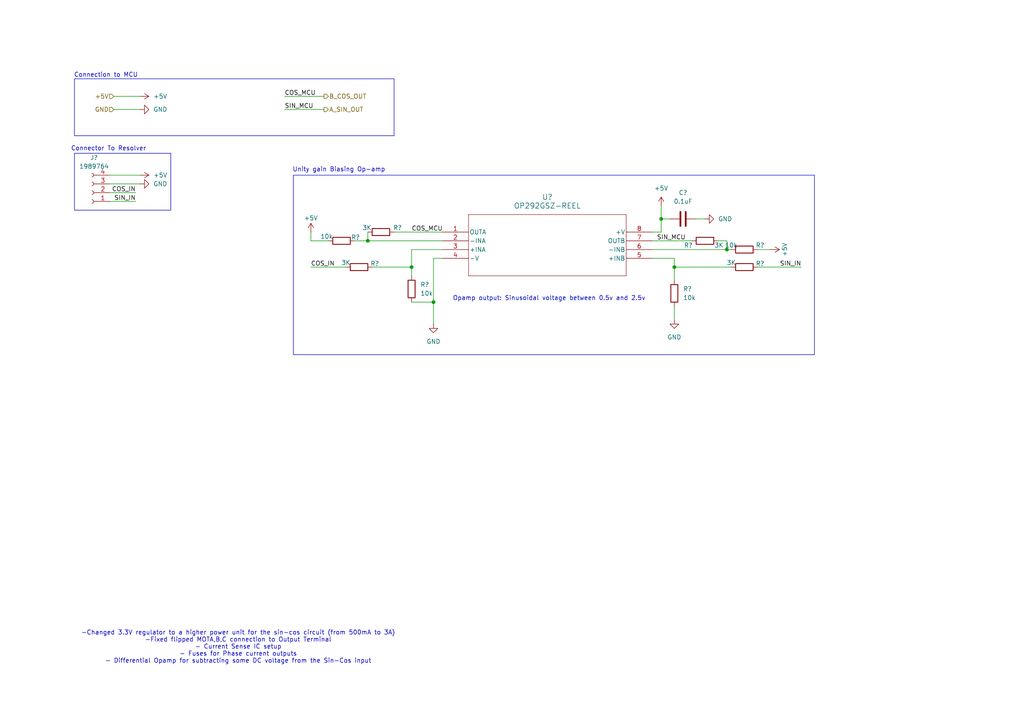
<source format=kicad_sch>
(kicad_sch (version 20250114) (generator "eeschema") (generator_version "9.0")
  (paper "A4")
  (title_block (title "Resolver Input") (date "2025-04-19") (rev "1") (company "M.NGUEN, C.O'BRIEN"))
  (lib_symbols
    (symbol "Connector:Conn_01x04_Socket" (pin_names (offset 1.016) (hide yes))
      (property "Reference" "J" (at 0 5.08 0))
      (property "Value" "Conn_01x04_Socket" (at 0 -7.62 0))
      (symbol "Conn_01x04_Socket_1_1"
        (polyline (pts (xy -1.27 2.54) (xy -0.508 2.54)) (stroke (width 0.1524)))
        (polyline (pts (xy -1.27 0) (xy -0.508 0)) (stroke (width 0.1524)))
        (polyline (pts (xy -1.27 -2.54) (xy -0.508 -2.54)) (stroke (width 0.1524)))
        (polyline (pts (xy -1.27 -5.08) (xy -0.508 -5.08)) (stroke (width 0.1524)))
        (arc (start 0 2.032) (mid -0.5058 2.54) (end 0 3.048) (stroke (width 0.1524)))
        (arc (start 0 -0.508) (mid -0.5058 0) (end 0 0.508) (stroke (width 0.1524)))
        (arc (start 0 -3.048) (mid -0.5058 -2.54) (end 0 -2.032) (stroke (width 0.1524)))
        (arc (start 0 -5.588) (mid -0.5058 -5.08) (end 0 -4.572) (stroke (width 0.1524)))
        (pin passive line (at -5.08 2.54 0) (length 3.81) (name "Pin_1") (number "1"))
        (pin passive line (at -5.08 0 0) (length 3.81) (name "Pin_2") (number "2"))
        (pin passive line (at -5.08 -2.54 0) (length 3.81) (name "Pin_3") (number "3"))
        (pin passive line (at -5.08 -5.08 0) (length 3.81) (name "Pin_4") (number "4"))
      )
    )
    (symbol "Device:C" (pin_numbers (hide yes)) (pin_names (offset 0.254))
      (property "Reference" "C" (at 0.635 2.54 0))
      (property "Value" "C" (at 0.635 -2.54 0))
      (symbol "C_0_1"
        (polyline (pts (xy -2.032 0.762) (xy 2.032 0.762)) (stroke (width 0.508)))
        (polyline (pts (xy -2.032 -0.762) (xy 2.032 -0.762)) (stroke (width 0.508)))
      )
      (symbol "C_1_1"
        (pin passive line (at 0 3.81 270) (length 2.794) (name "~") (number "1"))
        (pin passive line (at 0 -3.81 90) (length 2.794) (name "~") (number "2"))
      )
    )
    (symbol "Device:R" (pin_numbers (hide yes)) (pin_names (offset 0))
      (property "Reference" "R" (at 2.032 0 90))
      (property "Value" "R" (at 0 0 90))
      (symbol "R_0_1"
        (rectangle (start -1.016 -2.54) (end 1.016 2.54) (stroke (width 0.254)))
      )
      (symbol "R_1_1"
        (pin passive line (at 0 3.81 270) (length 1.27) (name "~") (number "1"))
        (pin passive line (at 0 -3.81 90) (length 1.27) (name "~") (number "2"))
      )
    )
    (symbol "Opamp:OP292GSZ-REEL" (pin_names (offset 0.254))
      (property "Reference" "U" (at 30.48 10.16 0))
      (property "Value" "OP292GSZ-REEL" (at 30.48 7.62 0))
      (symbol "OP292GSZ-REEL_0_1"
        (polyline (pts (xy 7.62 5.08) (xy 7.62 -12.7)) (stroke (width 0.127)))
        (polyline (pts (xy 7.62 -12.7) (xy 53.34 -12.7)) (stroke (width 0.127)))
        (polyline (pts (xy 53.34 5.08) (xy 7.62 5.08)) (stroke (width 0.127)))
        (polyline (pts (xy 53.34 -12.7) (xy 53.34 5.08)) (stroke (width 0.127)))
        (pin unspecified line (at 0 0 0) (length 7.62) (name "OUTA") (number "1"))
        (pin unspecified line (at 0 -2.54 0) (length 7.62) (name "-INA") (number "2"))
        (pin unspecified line (at 0 -5.08 0) (length 7.62) (name "+INA") (number "3"))
        (pin power_in line (at 0 -7.62 0) (length 7.62) (name "-V") (number "4"))
        (pin power_in line (at 60.96 0 180) (length 7.62) (name "+V") (number "8"))
        (pin unspecified line (at 60.96 -2.54 180) (length 7.62) (name "OUTB") (number "7"))
        (pin unspecified line (at 60.96 -5.08 180) (length 7.62) (name "-INB") (number "6"))
        (pin unspecified line (at 60.96 -7.62 180) (length 7.62) (name "+INB") (number "5"))
      )
    )
    (symbol "power:+5V" (power) (pin_numbers (hide yes)) (pin_names (offset 0) (hide yes))
      (property "Value" "+5V" (at 0 3.556 0))
      (symbol "+5V_0_1"
        (polyline (pts (xy -0.762 1.27) (xy 0 2.54)))
        (polyline (pts (xy 0 2.54) (xy 0.762 1.27)))
        (polyline (pts (xy 0 0) (xy 0 2.54)))
      )
      (symbol "+5V_1_1"
        (pin power_in line (at 0 0 90) (length 0) (name "~") (number "1"))
      )
    )
    (symbol "power:GND" (power) (pin_numbers (hide yes)) (pin_names (offset 0) (hide yes))
      (property "Value" "GND" (at 0 -3.81 0))
      (symbol "GND_0_1"
        (polyline (pts (xy 0 0) (xy 0 -1.27) (xy 1.27 -1.27) (xy 0 -2.54) (xy -1.27 -1.27) (xy 0 -1.27)))
      )
      (symbol "GND_1_1"
        (pin power_in line (at 0 0 270) (length 0) (name "~") (number "1"))
      )
    )
  )
  (rectangle (start 21.59 22.86) (end 114.3 39.37))
  (rectangle (start 85.09 50.8) (end 236.22 102.87))
  (rectangle (start 21.59 44.45) (end 49.53 60.96))
  (text "Opamp output: Sinusoidal voltage between 0.5v and 2.5v" (at 159.258 86.614 0) (effects (font (size 1.27 1.27))))
  (text "Connector To Resolver\n" (at 31.496 43.18 0) (effects (font (size 1.27 1.27))))
  (text "Unity gain Biasing Op-amp" (at 98.298 49.276 0) (effects (font (size 1.27 1.27))))
  (text "-Changed 3.3V regulator to a higher power unit for the sin-cos circuit (from 500mA to 3A)\n-Fixed flipped MOTA,B,C connection to Output Terminal\n- Current Sense IC setup\n- Fuses for Phase current outputs\n- Differential Opamp for subtracting some DC voltage from the Sin-Cos input\n" (at 69.088 187.706 0) (effects (font (size 1.27 1.27))))
  (text "Connection to MCU" (at 30.734 21.844 0) (effects (font (size 1.27 1.27))))
  (junction (at 125.73 87.63))
  (junction (at 210.82 72.39))
  (junction (at 119.38 77.47))
  (junction (at 195.58 77.47))
  (junction (at 191.77 63.5))
  (junction (at 106.68 69.85))
  (wire (pts (xy 119.38 72.39) (xy 128.27 72.39)))
  (wire (pts (xy 93.98 31.75) (xy 82.55 31.75)))
  (wire (pts (xy 107.95 77.47) (xy 119.38 77.47)))
  (wire (pts (xy 125.73 74.93) (xy 128.27 74.93)))
  (wire (pts (xy 90.17 67.31) (xy 90.17 69.85)))
  (wire (pts (xy 189.23 67.31) (xy 191.77 67.31)))
  (wire (pts (xy 95.25 69.85) (xy 90.17 69.85)))
  (wire (pts (xy 191.77 63.5) (xy 191.77 67.31)))
  (wire (pts (xy 212.09 72.39) (xy 210.82 72.39)))
  (wire (pts (xy 31.75 53.34) (xy 40.64 53.34)))
  (wire (pts (xy 31.75 58.42) (xy 39.37 58.42)))
  (wire (pts (xy 40.64 27.94) (xy 33.02 27.94)))
  (wire (pts (xy 90.17 77.47) (xy 100.33 77.47)))
  (wire (pts (xy 106.68 69.85) (xy 128.27 69.85)))
  (wire (pts (xy 195.58 88.9) (xy 195.58 92.71)))
  (wire (pts (xy 195.58 77.47) (xy 212.09 77.47)))
  (wire (pts (xy 114.3 67.31) (xy 128.27 67.31)))
  (wire (pts (xy 195.58 74.93) (xy 189.23 74.93)))
  (wire (pts (xy 201.93 63.5) (xy 204.47 63.5)))
  (wire (pts (xy 189.23 72.39) (xy 210.82 72.39)))
  (wire (pts (xy 93.98 27.94) (xy 82.55 27.94)))
  (wire (pts (xy 195.58 81.28) (xy 195.58 77.47)))
  (wire (pts (xy 31.75 55.88) (xy 39.37 55.88)))
  (wire (pts (xy 210.82 69.85) (xy 208.28 69.85)))
  (wire (pts (xy 189.23 69.85) (xy 200.66 69.85)))
  (wire (pts (xy 195.58 77.47) (xy 195.58 74.93)))
  (wire (pts (xy 31.75 50.8) (xy 40.64 50.8)))
  (wire (pts (xy 106.68 67.31) (xy 106.68 69.85)))
  (wire (pts (xy 119.38 80.01) (xy 119.38 77.47)))
  (wire (pts (xy 119.38 77.47) (xy 119.38 72.39)))
  (wire (pts (xy 125.73 93.98) (xy 125.73 87.63)))
  (wire (pts (xy 40.64 31.75) (xy 33.02 31.75)))
  (wire (pts (xy 219.71 72.39) (xy 223.52 72.39)))
  (wire (pts (xy 191.77 63.5) (xy 191.77 59.69)))
  (wire (pts (xy 102.87 69.85) (xy 106.68 69.85)))
  (wire (pts (xy 125.73 74.93) (xy 125.73 87.63)))
  (wire (pts (xy 210.82 69.85) (xy 210.82 72.39)))
  (wire (pts (xy 119.38 87.63) (xy 125.73 87.63)))
  (wire (pts (xy 191.77 63.5) (xy 194.31 63.5)))
  (wire (pts (xy 219.71 77.47) (xy 232.41 77.47)))
  (label "SIN_IN" (at 39.37 58.42 180))
  (label "SIN_IN" (at 232.41 77.47 180))
  (label "COS_IN" (at 39.37 55.88 180))
  (label "COS_MCU" (at 82.55 27.94 0))
  (label "COS_MCU" (at 119.38 67.31 0))
  (label "SIN_MCU" (at 82.55 31.75 0))
  (label "COS_IN" (at 90.17 77.47 0))
  (label "SIN_MCU" (at 190.5 69.85 0))
  (hierarchical_label "A_SIN_OUT" (shape output) (at 93.98 31.75 0))
  (hierarchical_label "+5V" (shape input) (at 33.02 27.94 180))
  (hierarchical_label "B_COS_OUT" (shape output) (at 93.98 27.94 0))
  (hierarchical_label "GND" (shape input) (at 33.02 31.75 180))
  (symbol (lib_id "power:GND") (at 125.73 93.98 0) (unit 1)
    (property "Reference" "#PWR?" (effects (hide yes)))
    (property "Value" "GND" (at 125.73 99.06 0))
    (property "Description" "Power symbol creates a global label with name \"GND\" , ground" (effects (hide yes)))
  )
  (symbol (lib_id "power:GND") (at 40.64 53.34 90) (unit 1)
    (property "Reference" "#PWR?" (effects (hide yes)))
    (property "Value" "GND" (at 44.45 53.3399 90) (effects (justify right)))
    (property "Description" "Power symbol creates a global label with name \"GND\" , ground" (effects (hide yes)))
  )
  (symbol (lib_id "power:GND") (at 195.58 92.71 0) (unit 1)
    (property "Reference" "#PWR?" (effects (hide yes)))
    (property "Value" "GND" (at 195.58 97.79 0))
    (property "Description" "Power symbol creates a global label with name \"GND\" , ground" (effects (hide yes)))
  )
  (symbol (lib_id "Device:R") (at 99.06 69.85 90) (unit 1)
    (property "Reference" "R?" (at 103.124 68.834 90))
    (property "Value" "10k" (at 94.742 68.58 90))
    (property "Footprint" "Resistor_SMD:R_0805_2012Metric" (effects (hide yes)))
    (property "Datasheet" "https://industrial.panasonic.com/cdbs/www-data/pdf/RDM0000/AOA0000C307.pdf" (effects (hide yes)))
    (property "Description" "ERA-6AEB103V" (effects (hide yes)))
  )
  (symbol (lib_id "Device:R") (at 215.9 77.47 90) (unit 1)
    (property "Reference" "R?" (at 220.472 76.454 90))
    (property "Value" "3K" (at 212.09 76.2 90))
    (property "Footprint" "Resistor_SMD:R_0805_2012Metric" (effects (hide yes)))
    (property "Datasheet" "https://www.digikey.ca/en/products/detail/te-connectivity-passive-product/CRG0805F3K0/2380900" (effects (hide yes)))
    (property "Description" "RES SMD 3K OHM 1% 1/8W 0805" (effects (hide yes)))
    (property "Part Number" "CRG0805F3K0" (effects (hide yes)))
  )
  (symbol (lib_id "Device:R") (at 104.14 77.47 90) (unit 1)
    (property "Reference" "R?" (at 108.712 76.454 90))
    (property "Value" "3K" (at 100.33 76.2 90))
    (property "Footprint" "Resistor_SMD:R_0805_2012Metric" (effects (hide yes)))
    (property "Datasheet" "https://www.digikey.ca/en/products/detail/te-connectivity-passive-product/CRG0805F3K0/2380900" (effects (hide yes)))
    (property "Description" "RES SMD 3K OHM 1% 1/8W 0805" (effects (hide yes)))
    (property "Part Number" "CRG0805F3K0" (effects (hide yes)))
  )
  (symbol (lib_id "Device:R") (at 215.9 72.39 270) (unit 1)
    (property "Reference" "R?" (at 220.472 71.12 90))
    (property "Value" "10k" (at 212.09 71.12 90))
    (property "Footprint" "Resistor_SMD:R_0805_2012Metric" (effects (hide yes)))
    (property "Datasheet" "https://industrial.panasonic.com/cdbs/www-data/pdf/RDM0000/AOA0000C307.pdf" (effects (hide yes)))
    (property "Description" "ERA-6AEB103V" (effects (hide yes)))
    (property "Part Number" "ERA-6AEB103V" (effects (hide yes)))
  )
  (symbol (lib_id "Device:R") (at 195.58 85.09 0) (unit 1)
    (property "Reference" "R?" (at 198.12 83.8199 0) (effects (justify left)))
    (property "Value" "10k" (at 198.12 86.3599 0) (effects (justify left)))
    (property "Footprint" "Resistor_SMD:R_0805_2012Metric" (effects (hide yes)))
    (property "Datasheet" "https://industrial.panasonic.com/cdbs/www-data/pdf/RDM0000/AOA0000C307.pdf" (effects (hide yes)))
    (property "Description" "ERA-6AEB103V" (effects (hide yes)))
    (property "Part Number" "ERA-6AEB103V" (effects (hide yes)))
  )
  (symbol (lib_id "Connector:Conn_01x04_Socket") (at 26.67 55.88 180) (unit 1)
    (property "Reference" "J?" (at 27.305 45.72 0))
    (property "Value" "1989764" (at 27.305 48.26 0))
    (property "Footprint" "PHOENIX_1989764:PHOENIX_1989764" (effects (hide yes)))
    (property "Description" "Generic connector, single row, 01x04, script generated" (effects (hide yes)))
  )
  (symbol (lib_id "Device:R") (at 204.47 69.85 90) (unit 1)
    (property "Reference" "R?" (at 199.644 71.12 90))
    (property "Value" "3K" (at 208.534 71.12 90))
    (property "Footprint" "Resistor_SMD:R_0805_2012Metric" (effects (hide yes)))
    (property "Datasheet" "https://www.digikey.ca/en/products/detail/te-connectivity-passive-product/CRG0805F3K0/2380900" (effects (hide yes)))
    (property "Description" "RES SMD 3K OHM 1% 1/8W 0805" (effects (hide yes)))
    (property "Part Number" "CRG0805F3K0" (effects (hide yes)))
  )
  (symbol (lib_id "Device:R") (at 119.38 83.82 0) (unit 1)
    (property "Reference" "R?" (at 121.92 82.5499 0) (effects (justify left)))
    (property "Value" "10k" (at 121.92 85.0899 0) (effects (justify left)))
    (property "Footprint" "Resistor_SMD:R_0805_2012Metric" (effects (hide yes)))
    (property "Datasheet" "https://industrial.panasonic.com/cdbs/www-data/pdf/RDM0000/AOA0000C307.pdf" (effects (hide yes)))
    (property "Description" "ERA-6AEB103V" (effects (hide yes)))
    (property "Part Number" "ERA-6AEB103V" (effects (hide yes)))
  )
  (symbol (lib_id "Device:R") (at 110.49 67.31 270) (unit 1)
    (property "Reference" "R?" (at 115.316 66.04 90))
    (property "Value" "3K" (at 106.426 66.04 90))
    (property "Footprint" "Resistor_SMD:R_0805_2012Metric" (effects (hide yes)))
    (property "Datasheet" "https://www.digikey.ca/en/products/detail/te-connectivity-passive-product/CRG0805F3K0/2380900" (effects (hide yes)))
    (property "Description" "RES SMD 3K OHM 1% 1/8W 0805" (effects (hide yes)))
    (property "Part Number" "CRG0805F3K0" (effects (hide yes)))
  )
  (symbol (lib_id "power:GND") (at 40.64 31.75 90) (unit 1)
    (property "Reference" "#PWR?" (effects (hide yes)))
    (property "Value" "GND" (at 44.45 31.7499 90) (effects (justify right)))
    (property "Description" "Power symbol creates a global label with name \"GND\" , ground" (effects (hide yes)))
  )
  (symbol (lib_id "power:+5V") (at 90.17 67.31 0) (unit 1)
    (property "Reference" "#PWR?" (effects (hide yes)))
    (property "Value" "+5V" (at 90.17 63.246 0))
    (property "Description" "Power symbol creates a global label with name \"+5V\"" (effects (hide yes)))
  )
  (symbol (lib_id "Opamp:OP292GSZ-REEL") (at 128.27 67.31 0) (unit 1)
    (property "Reference" "U?" (at 158.75 57.15 0) (effects (font (size 1.524 1.524))))
    (property "Value" "OP292GSZ-REEL" (at 158.75 59.69 0) (effects (font (size 1.524 1.524))))
    (property "Footprint" "R_8_ADI" (effects (hide yes)))
    (property "Datasheet" "OP292GSZ-REEL" (effects (hide yes)))
  )
  (symbol (lib_id "power:GND") (at 204.47 63.5 90) (unit 1)
    (property "Reference" "#PWR?" (effects (hide yes)))
    (property "Value" "GND" (at 208.28 63.4999 90) (effects (justify right)))
    (property "Description" "Power symbol creates a global label with name \"GND\" , ground" (effects (hide yes)))
  )
  (symbol (lib_id "power:+5V") (at 223.52 72.39 270) (unit 1)
    (property "Reference" "#PWR?" (effects (hide yes)))
    (property "Value" "+5V" (at 227.584 72.39 0))
    (property "Description" "Power symbol creates a global label with name \"+5V\"" (effects (hide yes)))
  )
  (symbol (lib_id "power:+5V") (at 40.64 50.8 270) (unit 1)
    (property "Reference" "#PWR?" (effects (hide yes)))
    (property "Value" "+5V" (at 44.45 50.7999 90) (effects (justify left)))
    (property "Description" "Power symbol creates a global label with name \"+5V\"" (effects (hide yes)))
  )
  (symbol (lib_id "power:+5V") (at 40.64 27.94 270) (unit 1)
    (property "Reference" "#PWR?" (effects (hide yes)))
    (property "Value" "+5V" (at 44.45 27.9399 90) (effects (justify left)))
    (property "Description" "Power symbol creates a global label with name \"+5V\"" (effects (hide yes)))
  )
  (symbol (lib_id "Device:C") (at 198.12 63.5 90) (unit 1)
    (property "Reference" "C?" (at 198.12 55.88 90))
    (property "Value" "0.1uF" (at 198.12 58.42 90))
    (property "Footprint" "Capacitor_SMD:C_0805_2012Metric" (effects (hide yes)))
    (property "Datasheet" "https://www.digikey.ca/en/products/detail/kyocera-avx/0805ZD104KAT2A/1603455" (effects (hide yes)))
    (property "Description" "CAP CER 0.1UF 10V X5R 0805" (effects (hide yes)))
    (property "Part Number" "0805ZD104KAT2A" (effects (hide yes)))
  )
  (symbol (lib_id "power:+5V") (at 191.77 59.69 0) (unit 1)
    (property "Reference" "#PWR?" (effects (hide yes)))
    (property "Value" "+5V" (at 191.77 54.61 0))
    (property "Description" "Power symbol creates a global label with name \"+5V\"" (effects (hide yes)))
  )
)
</source>
